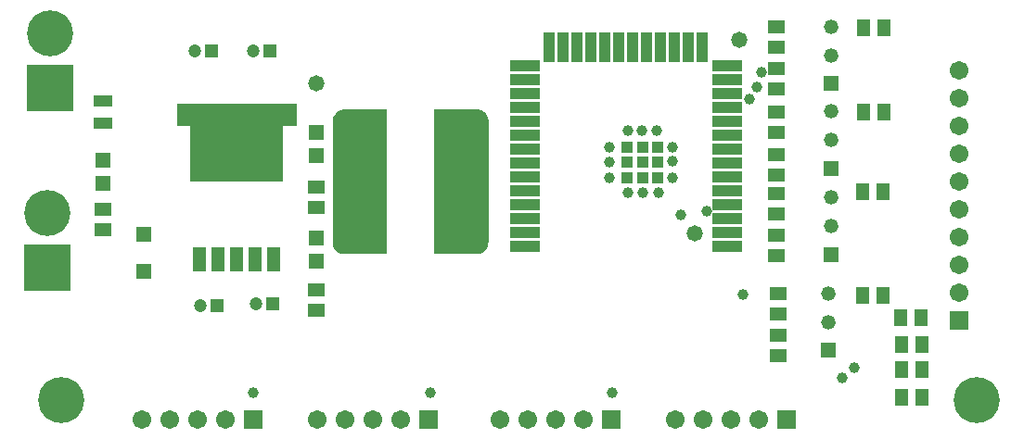
<source format=gbr>
%TF.GenerationSoftware,Altium Limited,Altium Designer,24.6.1 (21)*%
G04 Layer_Color=8388736*
%FSLAX45Y45*%
%MOMM*%
%TF.SameCoordinates,C77CD831-7174-4571-8234-5D84135F7459*%
%TF.FilePolarity,Negative*%
%TF.FileFunction,Soldermask,Top*%
%TF.Part,Single*%
G01*
G75*
%TA.AperFunction,ComponentPad*%
%ADD25R,1.32080X1.32080*%
%ADD26C,1.32080*%
%TA.AperFunction,SMDPad,CuDef*%
%ADD39R,1.60320X1.15320*%
%ADD40R,1.45320X1.45320*%
%ADD41R,3.95320X12.20320*%
%ADD42R,1.17160X2.26160*%
%ADD43R,8.43160X7.09160*%
%ADD44R,1.10320X2.70320*%
%ADD45R,2.70320X1.10320*%
%TA.AperFunction,BGAPad,CuDef*%
%ADD46R,1.10320X1.10320*%
%TA.AperFunction,SMDPad,CuDef*%
%ADD47R,1.72320X1.13320*%
%ADD48R,1.40320X1.40320*%
%ADD49R,1.15320X1.60320*%
%TA.AperFunction,ViaPad*%
%ADD50C,1.00320*%
%ADD51C,4.20320*%
%TA.AperFunction,ComponentPad*%
%ADD52C,1.20320*%
%ADD53R,1.20320X1.20320*%
%ADD54R,4.20320X4.20320*%
%ADD55C,4.20320*%
%ADD56C,1.70320*%
%ADD57R,1.70320X1.70320*%
%ADD58R,1.70320X1.70320*%
%TA.AperFunction,ViaPad*%
%ADD59C,1.47320*%
G36*
X5053580Y5385820D02*
X4903420D01*
Y5586980D01*
X5053580D01*
Y5385820D01*
D02*
G37*
G36*
X4123580D02*
X3963420D01*
Y5586980D01*
X4123580D01*
Y5385820D01*
D02*
G37*
G36*
X6713678Y5537446D02*
X6714011D01*
X6714341Y5537402D01*
X6714674Y5537380D01*
X6715000Y5537316D01*
X6715331Y5537272D01*
X6733045Y5533748D01*
X6733368Y5533662D01*
X6733693Y5533597D01*
X6734008Y5533490D01*
X6734331Y5533404D01*
X6734639Y5533276D01*
X6734955Y5533169D01*
X6751640Y5526257D01*
X6751938Y5526110D01*
X6752247Y5525982D01*
X6752536Y5525815D01*
X6752835Y5525668D01*
X6753110Y5525484D01*
X6753400Y5525317D01*
X6768417Y5515283D01*
X6768683Y5515079D01*
X6768959Y5514894D01*
X6769208Y5514676D01*
X6769474Y5514472D01*
X6769711Y5514235D01*
X6769960Y5514016D01*
X6782731Y5501246D01*
X6782950Y5500996D01*
X6783187Y5500759D01*
X6783390Y5500494D01*
X6783609Y5500245D01*
X6783794Y5499967D01*
X6783997Y5499703D01*
X6794031Y5484686D01*
X6794199Y5484395D01*
X6794383Y5484120D01*
X6794530Y5483822D01*
X6794697Y5483532D01*
X6794825Y5483224D01*
X6794972Y5482926D01*
X6801883Y5466240D01*
X6801990Y5465926D01*
X6802118Y5465616D01*
X6802205Y5465294D01*
X6802312Y5464979D01*
X6802377Y5464652D01*
X6802463Y5464330D01*
X6805986Y5446617D01*
X6806030Y5446285D01*
X6806095Y5445959D01*
X6806117Y5445627D01*
X6806160Y5445296D01*
Y5444963D01*
X6806182Y5444630D01*
Y5435600D01*
Y4320540D01*
X6806095Y4319211D01*
X6805835Y4317905D01*
X6805407Y4316643D01*
X6804927Y4315671D01*
Y4310255D01*
X6804906Y4309922D01*
Y4309589D01*
X6804862Y4309259D01*
X6804840Y4308926D01*
X6804776Y4308600D01*
X6804732Y4308268D01*
X6801208Y4290555D01*
X6801122Y4290232D01*
X6801057Y4289906D01*
X6800950Y4289592D01*
X6800864Y4289269D01*
X6800736Y4288961D01*
X6800629Y4288645D01*
X6793717Y4271959D01*
X6793570Y4271661D01*
X6793442Y4271353D01*
X6793275Y4271063D01*
X6793128Y4270765D01*
X6792944Y4270490D01*
X6792777Y4270199D01*
X6782743Y4255182D01*
X6782539Y4254917D01*
X6782354Y4254641D01*
X6782136Y4254391D01*
X6781932Y4254126D01*
X6781695Y4253889D01*
X6781476Y4253639D01*
X6768706Y4240869D01*
X6768456Y4240650D01*
X6768219Y4240413D01*
X6767954Y4240210D01*
X6767705Y4239991D01*
X6767427Y4239805D01*
X6767163Y4239603D01*
X6752146Y4229569D01*
X6751855Y4229401D01*
X6751580Y4229217D01*
X6751282Y4229070D01*
X6750992Y4228903D01*
X6750684Y4228775D01*
X6750386Y4228628D01*
X6733700Y4221716D01*
X6733385Y4221609D01*
X6733076Y4221482D01*
X6732755Y4221395D01*
X6732439Y4221288D01*
X6732112Y4221223D01*
X6731790Y4221137D01*
X6714076Y4217614D01*
X6713745Y4217570D01*
X6713419Y4217505D01*
X6713087Y4217483D01*
X6712756Y4217440D01*
X6712423D01*
X6712090Y4217418D01*
X6703081D01*
X6321021Y4216618D01*
X6321010Y4216619D01*
X6321000Y4216618D01*
X6320360Y4216660D01*
X6319692Y4216703D01*
X6319682Y4216705D01*
X6319671Y4216705D01*
X6319061Y4216827D01*
X6318385Y4216960D01*
X6318374Y4216963D01*
X6318365Y4216965D01*
X6317757Y4217172D01*
X6317124Y4217385D01*
X6317114Y4217390D01*
X6317104Y4217393D01*
X6316502Y4217690D01*
X6315928Y4217972D01*
X6315919Y4217978D01*
X6315909Y4217982D01*
X6315350Y4218356D01*
X6314819Y4218709D01*
X6314811Y4218716D01*
X6314802Y4218722D01*
X6314301Y4219162D01*
X6313815Y4219585D01*
X6313808Y4219594D01*
X6313800Y4219600D01*
X6313390Y4220069D01*
X6312935Y4220585D01*
X6312929Y4220594D01*
X6312922Y4220602D01*
X6312579Y4221115D01*
X6312193Y4221691D01*
X6312188Y4221700D01*
X6312182Y4221709D01*
X6311897Y4222287D01*
X6311601Y4222884D01*
X6311598Y4222894D01*
X6311593Y4222904D01*
X6311379Y4223535D01*
X6311171Y4224144D01*
X6311169Y4224154D01*
X6311165Y4224165D01*
X6311035Y4224819D01*
X6310908Y4225450D01*
X6310907Y4225461D01*
X6310905Y4225471D01*
X6310863Y4226118D01*
X6310818Y4226779D01*
X6310819Y4226790D01*
X6310818Y4226800D01*
Y5526800D01*
X6310905Y5528129D01*
X6311165Y5529435D01*
X6311593Y5530696D01*
X6312182Y5531891D01*
X6312922Y5532998D01*
X6313800Y5534000D01*
X6314802Y5534878D01*
X6315909Y5535618D01*
X6317104Y5536207D01*
X6318365Y5536635D01*
X6319671Y5536895D01*
X6321000Y5536982D01*
X6701271D01*
X6701679Y5537120D01*
X6702986Y5537380D01*
X6704315Y5537467D01*
X6713345D01*
X6713678Y5537446D01*
D02*
G37*
G36*
X5872329Y5536895D02*
X5873635Y5536635D01*
X5874896Y5536207D01*
X5876091Y5535618D01*
X5877198Y5534878D01*
X5878200Y5534000D01*
X5879078Y5532998D01*
X5879818Y5531891D01*
X5880407Y5530696D01*
X5880835Y5529435D01*
X5881095Y5528129D01*
X5881182Y5526800D01*
Y4226800D01*
X5881095Y4225471D01*
X5880835Y4224165D01*
X5880407Y4222904D01*
X5879818Y4221709D01*
X5879078Y4220602D01*
X5878200Y4219600D01*
X5877198Y4218722D01*
X5876091Y4217982D01*
X5874896Y4217393D01*
X5873635Y4216965D01*
X5872329Y4216705D01*
X5871000Y4216618D01*
X5490729D01*
X5490321Y4216480D01*
X5489014Y4216220D01*
X5487685Y4216133D01*
X5478655D01*
X5478322Y4216154D01*
X5477989D01*
X5477659Y4216198D01*
X5477326Y4216220D01*
X5477000Y4216284D01*
X5476669Y4216328D01*
X5458955Y4219851D01*
X5458632Y4219938D01*
X5458306Y4220003D01*
X5457992Y4220109D01*
X5457669Y4220196D01*
X5457361Y4220324D01*
X5457045Y4220431D01*
X5440359Y4227343D01*
X5440061Y4227490D01*
X5439753Y4227617D01*
X5439463Y4227785D01*
X5439165Y4227932D01*
X5438890Y4228116D01*
X5438599Y4228283D01*
X5423582Y4238317D01*
X5423317Y4238521D01*
X5423041Y4238705D01*
X5422791Y4238924D01*
X5422526Y4239128D01*
X5422289Y4239364D01*
X5422039Y4239583D01*
X5409269Y4252354D01*
X5409050Y4252604D01*
X5408813Y4252840D01*
X5408610Y4253105D01*
X5408391Y4253355D01*
X5408205Y4253633D01*
X5408003Y4253897D01*
X5397969Y4268914D01*
X5397801Y4269204D01*
X5397617Y4269480D01*
X5397470Y4269778D01*
X5397303Y4270067D01*
X5397175Y4270376D01*
X5397028Y4270674D01*
X5390116Y4287359D01*
X5390009Y4287675D01*
X5389882Y4287984D01*
X5389795Y4288305D01*
X5389688Y4288621D01*
X5389623Y4288948D01*
X5389537Y4289270D01*
X5386014Y4306983D01*
X5385970Y4307314D01*
X5385905Y4307641D01*
X5385883Y4307973D01*
X5385840Y4308304D01*
Y4308636D01*
X5385818Y4308970D01*
Y4318000D01*
Y5433060D01*
X5385905Y5434389D01*
X5386165Y5435695D01*
X5386593Y5436957D01*
X5387073Y5437929D01*
Y5443345D01*
X5387094Y5443678D01*
Y5444011D01*
X5387138Y5444341D01*
X5387160Y5444674D01*
X5387224Y5445000D01*
X5387268Y5445331D01*
X5390791Y5463044D01*
X5390878Y5463367D01*
X5390943Y5463693D01*
X5391049Y5464008D01*
X5391136Y5464331D01*
X5391264Y5464639D01*
X5391371Y5464955D01*
X5398283Y5481640D01*
X5398430Y5481938D01*
X5398557Y5482247D01*
X5398725Y5482536D01*
X5398872Y5482835D01*
X5399056Y5483110D01*
X5399223Y5483400D01*
X5409257Y5498417D01*
X5409461Y5498683D01*
X5409645Y5498959D01*
X5409864Y5499208D01*
X5410068Y5499474D01*
X5410304Y5499711D01*
X5410523Y5499960D01*
X5423294Y5512731D01*
X5423544Y5512950D01*
X5423780Y5513187D01*
X5424045Y5513390D01*
X5424295Y5513609D01*
X5424573Y5513794D01*
X5424837Y5513997D01*
X5439854Y5524031D01*
X5440144Y5524199D01*
X5440420Y5524383D01*
X5440718Y5524530D01*
X5441007Y5524697D01*
X5441316Y5524825D01*
X5441614Y5524972D01*
X5458299Y5531883D01*
X5458614Y5531990D01*
X5458923Y5532118D01*
X5459246Y5532205D01*
X5459561Y5532312D01*
X5459887Y5532377D01*
X5460210Y5532463D01*
X5477923Y5535986D01*
X5478255Y5536030D01*
X5478581Y5536095D01*
X5478913Y5536117D01*
X5479244Y5536160D01*
X5479576D01*
X5479910Y5536182D01*
X5485793D01*
X5485843Y5536207D01*
X5487105Y5536635D01*
X5488411Y5536895D01*
X5489740Y5536982D01*
X5871000D01*
X5872329Y5536895D01*
D02*
G37*
D25*
X9931400Y5772501D02*
D03*
Y4210401D02*
D03*
X9906000Y3334101D02*
D03*
X9931400Y4997801D02*
D03*
D26*
Y6032500D02*
D03*
Y6292499D02*
D03*
Y4730399D02*
D03*
Y4470400D02*
D03*
X9906000Y3854099D02*
D03*
Y3594100D02*
D03*
X9931400Y5517799D02*
D03*
Y5257800D02*
D03*
D39*
X9436100Y5724098D02*
D03*
Y5909102D02*
D03*
X5232400Y3889802D02*
D03*
Y3704798D02*
D03*
Y4829602D02*
D03*
Y4644598D02*
D03*
X3289300Y4626402D02*
D03*
Y4441398D02*
D03*
X9436100Y4766102D02*
D03*
Y4581098D02*
D03*
Y6290102D02*
D03*
Y6105098D02*
D03*
Y4385102D02*
D03*
Y4200098D02*
D03*
X9448800Y3851702D02*
D03*
Y3666698D02*
D03*
X9436100Y5515402D02*
D03*
Y5330398D02*
D03*
X9448800Y3470702D02*
D03*
Y3285698D02*
D03*
X9436100Y5121702D02*
D03*
Y4936698D02*
D03*
D40*
X3657590Y4399102D02*
D03*
Y4059098D02*
D03*
D41*
X5633502Y4876800D02*
D03*
X6558498D02*
D03*
D42*
X4168501Y4164899D02*
D03*
X4338498D02*
D03*
X4508998D02*
D03*
X4678502D02*
D03*
X4848499D02*
D03*
D43*
X4508500Y5232400D02*
D03*
D44*
X8760927Y6108898D02*
D03*
X8633927D02*
D03*
X8506927D02*
D03*
X8379927D02*
D03*
X8252927D02*
D03*
X8125927D02*
D03*
X7998927D02*
D03*
X7871927D02*
D03*
X7744927D02*
D03*
X7617927D02*
D03*
X7490927D02*
D03*
X7363927D02*
D03*
D45*
X7137425Y5933902D02*
D03*
Y5806902D02*
D03*
Y5679902D02*
D03*
Y5552902D02*
D03*
Y5425902D02*
D03*
Y5298902D02*
D03*
Y5171902D02*
D03*
Y5044902D02*
D03*
Y4917902D02*
D03*
Y4790902D02*
D03*
Y4663902D02*
D03*
Y4536902D02*
D03*
Y4409902D02*
D03*
Y4282902D02*
D03*
X8987424Y5933902D02*
D03*
Y5806902D02*
D03*
Y5679902D02*
D03*
Y5552902D02*
D03*
Y5425902D02*
D03*
Y5298902D02*
D03*
Y5171902D02*
D03*
Y5044902D02*
D03*
Y4917902D02*
D03*
Y4790902D02*
D03*
Y4663902D02*
D03*
Y4536902D02*
D03*
Y4409902D02*
D03*
Y4282902D02*
D03*
D46*
X8072425Y4914900D02*
D03*
Y5054900D02*
D03*
Y5194899D02*
D03*
X8212425D02*
D03*
X8352424D02*
D03*
Y5054900D02*
D03*
Y4914900D02*
D03*
X8212425D02*
D03*
Y5054900D02*
D03*
D47*
X3289300Y5611800D02*
D03*
Y5411800D02*
D03*
D48*
X5232400Y4359499D02*
D03*
Y4149501D02*
D03*
Y5324699D02*
D03*
Y5114701D02*
D03*
X3289300Y5070699D02*
D03*
Y4860701D02*
D03*
D49*
X10404902Y4787900D02*
D03*
X10219898D02*
D03*
X10417602Y6286500D02*
D03*
X10232598D02*
D03*
X10760502Y3162300D02*
D03*
X10575498D02*
D03*
Y2908300D02*
D03*
X10760502D02*
D03*
X10404902Y3835400D02*
D03*
X10219898D02*
D03*
X10417602Y5511800D02*
D03*
X10232598D02*
D03*
X10756900Y3632200D02*
D03*
X10571902D02*
D03*
X10575498Y3390900D02*
D03*
X10760502D02*
D03*
D50*
X7912100Y5194300D02*
D03*
Y5054600D02*
D03*
Y4914900D02*
D03*
X8077200Y4775200D02*
D03*
X8216900D02*
D03*
X8356600D02*
D03*
X8483600Y4914900D02*
D03*
Y5067300D02*
D03*
Y5194300D02*
D03*
X8343900Y5346700D02*
D03*
X8204200D02*
D03*
X8077200D02*
D03*
X4660900Y2943627D02*
D03*
X6273800Y2946400D02*
D03*
X7937500D02*
D03*
X9192900Y5627633D02*
D03*
X9127500Y3848100D02*
D03*
X9256400Y5737843D02*
D03*
X9300700Y5880100D02*
D03*
X10033000Y3086100D02*
D03*
X10147300Y3175000D02*
D03*
X8566887Y4572000D02*
D03*
X8797688Y4609610D02*
D03*
D51*
X2908300Y2882900D02*
D03*
X11264900D02*
D03*
D52*
X4687499Y3759200D02*
D03*
X4179499Y3746500D02*
D03*
X4662099Y6070600D02*
D03*
X4127500D02*
D03*
D53*
X4837501Y3759200D02*
D03*
X4329501Y3746500D02*
D03*
X4812101Y6070600D02*
D03*
X4277502D02*
D03*
D54*
X2806700Y5731698D02*
D03*
X2781300Y4093398D02*
D03*
D55*
X2806700Y6231702D02*
D03*
X2781300Y4593402D02*
D03*
D56*
X6908800Y2705100D02*
D03*
X7162800D02*
D03*
X7416800D02*
D03*
X7670800D02*
D03*
X5245100D02*
D03*
X5499100D02*
D03*
X5753100D02*
D03*
X6007100D02*
D03*
X3644900D02*
D03*
X3898900D02*
D03*
X4152900D02*
D03*
X4406900D02*
D03*
X8509000D02*
D03*
X8763000D02*
D03*
X9017000D02*
D03*
X9271000D02*
D03*
X11099800Y4876800D02*
D03*
Y3860800D02*
D03*
Y4114800D02*
D03*
Y4368800D02*
D03*
Y4622800D02*
D03*
Y5131801D02*
D03*
Y5639801D02*
D03*
Y5385801D02*
D03*
Y5894802D02*
D03*
D57*
X7924800Y2705100D02*
D03*
X6261100D02*
D03*
X4660900D02*
D03*
X9525000D02*
D03*
D58*
X11099800Y3606800D02*
D03*
D59*
X5232400Y5778500D02*
D03*
X8686800Y4406900D02*
D03*
X9095151Y6175675D02*
D03*
%TF.MD5,8ec74df3e18daa09c9d070f3668a9006*%
M02*

</source>
